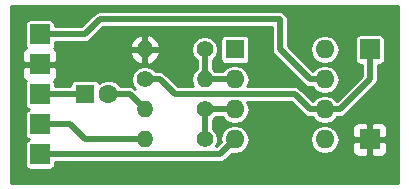
<source format=gbr>
G04 #@! TF.FileFunction,Copper,L2,Bot,Signal*
%FSLAX45Y45*%
G04 Gerber Fmt 4.5, Leading zero omitted, Abs format (unit mm)*
G04 Created by KiCad (PCBNEW 4.0.7) date 03/21/18 12:03:47*
%MOMM*%
%LPD*%
G01*
G04 APERTURE LIST*
%ADD10C,0.100000*%
%ADD11R,1.600000X1.600000*%
%ADD12O,1.600000X1.600000*%
%ADD13C,1.600000*%
%ADD14R,1.700000X1.700000*%
%ADD15C,1.400000*%
%ADD16O,1.400000X1.400000*%
%ADD17C,0.500000*%
%ADD18C,0.254000*%
G04 APERTURE END LIST*
D10*
D11*
X2032000Y1270000D03*
D12*
X2794000Y508000D03*
X2032000Y1016000D03*
X2794000Y762000D03*
X2032000Y762000D03*
X2794000Y1016000D03*
X2032000Y508000D03*
X2794000Y1270000D03*
D11*
X762000Y889000D03*
D13*
X962000Y889000D03*
D14*
X381000Y1143000D03*
X381000Y1397000D03*
X381000Y381000D03*
X3175000Y508000D03*
X381000Y889000D03*
X381000Y635000D03*
X3175000Y1270000D03*
D15*
X1778000Y508000D03*
D16*
X1270000Y508000D03*
D15*
X1778000Y762000D03*
D16*
X1270000Y762000D03*
D15*
X1778000Y1270000D03*
D16*
X1270000Y1270000D03*
D15*
X1270000Y1016000D03*
D16*
X1778000Y1016000D03*
D17*
X381000Y889000D02*
X762000Y889000D01*
X962000Y889000D02*
X1143000Y889000D01*
X1143000Y889000D02*
X1270000Y762000D01*
X2794000Y1016000D02*
X2667000Y1016000D01*
X762000Y1397000D02*
X381000Y1397000D01*
X889000Y1524000D02*
X762000Y1397000D01*
X2413000Y1524000D02*
X889000Y1524000D01*
X2413000Y1270000D02*
X2413000Y1524000D01*
X2667000Y1016000D02*
X2413000Y1270000D01*
X381000Y381000D02*
X1905000Y381000D01*
X1905000Y381000D02*
X2032000Y508000D01*
X381000Y635000D02*
X635000Y635000D01*
X762000Y508000D02*
X1270000Y508000D01*
X635000Y635000D02*
X762000Y508000D01*
X2794000Y762000D02*
X2921000Y762000D01*
X3175000Y1016000D02*
X3175000Y1270000D01*
X2921000Y762000D02*
X3175000Y1016000D01*
X1270000Y1016000D02*
X1397000Y1016000D01*
X2667000Y762000D02*
X2794000Y762000D01*
X2540000Y889000D02*
X2667000Y762000D01*
X1524000Y889000D02*
X2540000Y889000D01*
X1397000Y1016000D02*
X1524000Y889000D01*
X1778000Y762000D02*
X2032000Y762000D01*
X1778000Y508000D02*
X1778000Y762000D01*
X1778000Y1270000D02*
X1778000Y1016000D01*
X1778000Y1016000D02*
X2032000Y1016000D01*
D18*
G36*
X3416300Y139700D02*
X139700Y139700D01*
X139700Y1115025D01*
X233300Y1115025D01*
X233300Y1045528D01*
X242845Y1022483D01*
X260483Y1004845D01*
X264312Y1003259D01*
X255894Y990938D01*
X252463Y974000D01*
X252463Y804000D01*
X255441Y788176D01*
X264793Y773643D01*
X279062Y763894D01*
X288134Y762056D01*
X280176Y760559D01*
X265643Y751207D01*
X255894Y736938D01*
X252463Y720000D01*
X252463Y550000D01*
X255441Y534176D01*
X264793Y519643D01*
X279062Y509894D01*
X288134Y508056D01*
X280176Y506559D01*
X265643Y497207D01*
X255894Y482938D01*
X252463Y466000D01*
X252463Y296000D01*
X255441Y280176D01*
X264793Y265643D01*
X279062Y255894D01*
X296000Y252463D01*
X466000Y252463D01*
X481824Y255441D01*
X496357Y264793D01*
X506106Y279062D01*
X509536Y296000D01*
X509536Y313300D01*
X1905000Y313300D01*
X1930908Y318453D01*
X1952871Y333129D01*
X2009116Y389374D01*
X2029596Y385300D01*
X2034404Y385300D01*
X2081359Y394640D01*
X2121166Y421238D01*
X2147764Y461045D01*
X2157104Y508000D01*
X2668896Y508000D01*
X2678236Y461045D01*
X2704834Y421238D01*
X2744641Y394640D01*
X2791596Y385300D01*
X2796404Y385300D01*
X2843359Y394640D01*
X2883166Y421238D01*
X2909764Y461045D01*
X2913539Y480025D01*
X3027300Y480025D01*
X3027300Y410528D01*
X3036845Y387483D01*
X3054483Y369845D01*
X3077528Y360300D01*
X3147025Y360300D01*
X3162700Y375975D01*
X3162700Y495700D01*
X3187300Y495700D01*
X3187300Y375975D01*
X3202975Y360300D01*
X3272472Y360300D01*
X3295517Y369845D01*
X3313154Y387483D01*
X3322700Y410528D01*
X3322700Y480025D01*
X3307025Y495700D01*
X3187300Y495700D01*
X3162700Y495700D01*
X3042975Y495700D01*
X3027300Y480025D01*
X2913539Y480025D01*
X2919104Y508000D01*
X2909764Y554955D01*
X2883166Y594762D01*
X2867137Y605472D01*
X3027300Y605472D01*
X3027300Y535975D01*
X3042975Y520300D01*
X3162700Y520300D01*
X3162700Y640025D01*
X3187300Y640025D01*
X3187300Y520300D01*
X3307025Y520300D01*
X3322700Y535975D01*
X3322700Y605472D01*
X3313154Y628517D01*
X3295517Y646155D01*
X3272472Y655700D01*
X3202975Y655700D01*
X3187300Y640025D01*
X3162700Y640025D01*
X3147025Y655700D01*
X3077528Y655700D01*
X3054483Y646155D01*
X3036845Y628517D01*
X3027300Y605472D01*
X2867137Y605472D01*
X2843359Y621360D01*
X2796404Y630700D01*
X2791596Y630700D01*
X2744641Y621360D01*
X2704834Y594762D01*
X2678236Y554955D01*
X2668896Y508000D01*
X2157104Y508000D01*
X2147764Y554955D01*
X2121166Y594762D01*
X2081359Y621360D01*
X2034404Y630700D01*
X2029596Y630700D01*
X1982641Y621360D01*
X1942834Y594762D01*
X1916236Y554955D01*
X1906896Y508000D01*
X1911768Y483510D01*
X1876958Y448700D01*
X1875406Y448700D01*
X1890680Y485484D01*
X1890719Y530319D01*
X1873598Y571756D01*
X1845700Y599703D01*
X1845700Y670339D01*
X1869703Y694300D01*
X1930097Y694300D01*
X1942834Y675238D01*
X1982641Y648640D01*
X2029596Y639300D01*
X2034404Y639300D01*
X2081359Y648640D01*
X2121166Y675238D01*
X2147764Y715045D01*
X2157104Y762000D01*
X2147764Y808955D01*
X2139515Y821300D01*
X2511958Y821300D01*
X2619129Y714129D01*
X2641092Y699453D01*
X2667000Y694300D01*
X2692097Y694300D01*
X2704834Y675238D01*
X2744641Y648640D01*
X2791596Y639300D01*
X2796404Y639300D01*
X2843359Y648640D01*
X2883166Y675238D01*
X2895903Y694300D01*
X2921000Y694300D01*
X2946908Y699453D01*
X2968871Y714129D01*
X3222871Y968129D01*
X3237367Y989824D01*
X3237547Y990092D01*
X3242700Y1016000D01*
X3242700Y1141464D01*
X3260000Y1141464D01*
X3275824Y1144441D01*
X3290357Y1153793D01*
X3300106Y1168062D01*
X3303536Y1185000D01*
X3303536Y1355000D01*
X3300559Y1370824D01*
X3291207Y1385357D01*
X3276938Y1395106D01*
X3260000Y1398536D01*
X3090000Y1398536D01*
X3074176Y1395559D01*
X3059643Y1386207D01*
X3049894Y1371938D01*
X3046463Y1355000D01*
X3046463Y1185000D01*
X3049441Y1169176D01*
X3058793Y1154643D01*
X3073062Y1144894D01*
X3090000Y1141464D01*
X3107300Y1141464D01*
X3107300Y1044042D01*
X2894723Y831465D01*
X2883166Y848762D01*
X2843359Y875360D01*
X2796404Y884700D01*
X2791596Y884700D01*
X2744641Y875360D01*
X2704834Y848762D01*
X2693277Y831465D01*
X2587871Y936871D01*
X2565908Y951547D01*
X2540000Y956700D01*
X2139515Y956700D01*
X2147764Y969045D01*
X2157104Y1016000D01*
X2147764Y1062955D01*
X2121166Y1102762D01*
X2081359Y1129360D01*
X2034404Y1138700D01*
X2029596Y1138700D01*
X1982641Y1129360D01*
X1942834Y1102762D01*
X1930097Y1083700D01*
X1867911Y1083700D01*
X1859899Y1095691D01*
X1845700Y1105178D01*
X1845700Y1178339D01*
X1873487Y1206077D01*
X1890680Y1247484D01*
X1890719Y1292319D01*
X1873598Y1333756D01*
X1857382Y1350000D01*
X1908463Y1350000D01*
X1908463Y1190000D01*
X1911441Y1174176D01*
X1920793Y1159643D01*
X1935062Y1149894D01*
X1952000Y1146464D01*
X2112000Y1146464D01*
X2127824Y1149441D01*
X2142357Y1158793D01*
X2152106Y1173062D01*
X2155537Y1190000D01*
X2155537Y1350000D01*
X2152559Y1365824D01*
X2143207Y1380357D01*
X2128938Y1390106D01*
X2112000Y1393537D01*
X1952000Y1393537D01*
X1936176Y1390559D01*
X1921643Y1381207D01*
X1911894Y1366938D01*
X1908463Y1350000D01*
X1857382Y1350000D01*
X1841923Y1365487D01*
X1800516Y1382680D01*
X1755681Y1382720D01*
X1714244Y1365598D01*
X1682513Y1333923D01*
X1665320Y1292516D01*
X1665280Y1247681D01*
X1682402Y1206244D01*
X1710300Y1178297D01*
X1710300Y1105178D01*
X1696101Y1095691D01*
X1671671Y1059128D01*
X1663092Y1016000D01*
X1671671Y972872D01*
X1682476Y956700D01*
X1552042Y956700D01*
X1444871Y1063871D01*
X1422908Y1078547D01*
X1397000Y1083700D01*
X1361661Y1083700D01*
X1333923Y1111487D01*
X1292516Y1128680D01*
X1247681Y1128720D01*
X1206244Y1111598D01*
X1174513Y1079923D01*
X1157320Y1038516D01*
X1157281Y993681D01*
X1174402Y952244D01*
X1187498Y939125D01*
X1168908Y951547D01*
X1143000Y956700D01*
X1066788Y956700D01*
X1066081Y958413D01*
X1031595Y992959D01*
X986514Y1011679D01*
X937700Y1011721D01*
X892587Y993081D01*
X882837Y983348D01*
X882559Y984824D01*
X873207Y999357D01*
X858938Y1009106D01*
X842000Y1012536D01*
X682000Y1012536D01*
X666176Y1009559D01*
X651643Y1000207D01*
X641894Y985938D01*
X638464Y969000D01*
X638464Y956700D01*
X509536Y956700D01*
X509536Y974000D01*
X506559Y989824D01*
X497866Y1003333D01*
X501517Y1004845D01*
X519154Y1022483D01*
X528700Y1045528D01*
X528700Y1115025D01*
X513025Y1130700D01*
X393300Y1130700D01*
X393300Y1128700D01*
X368700Y1128700D01*
X368700Y1130700D01*
X248975Y1130700D01*
X233300Y1115025D01*
X139700Y1115025D01*
X139700Y1240472D01*
X233300Y1240472D01*
X233300Y1170975D01*
X248975Y1155300D01*
X368700Y1155300D01*
X368700Y1157300D01*
X393300Y1157300D01*
X393300Y1155300D01*
X513025Y1155300D01*
X528700Y1170975D01*
X528700Y1237182D01*
X1141422Y1237182D01*
X1155875Y1202287D01*
X1190475Y1163768D01*
X1237182Y1141421D01*
X1257700Y1153545D01*
X1257700Y1257700D01*
X1282300Y1257700D01*
X1282300Y1153545D01*
X1302818Y1141421D01*
X1349525Y1163768D01*
X1384125Y1202287D01*
X1398578Y1237182D01*
X1386377Y1257700D01*
X1282300Y1257700D01*
X1257700Y1257700D01*
X1153623Y1257700D01*
X1141422Y1237182D01*
X528700Y1237182D01*
X528700Y1240472D01*
X519154Y1263517D01*
X501517Y1281155D01*
X497688Y1282741D01*
X506106Y1295062D01*
X507677Y1302818D01*
X1141422Y1302818D01*
X1153623Y1282300D01*
X1257700Y1282300D01*
X1257700Y1386455D01*
X1282300Y1386455D01*
X1282300Y1282300D01*
X1386377Y1282300D01*
X1398578Y1302818D01*
X1384125Y1337713D01*
X1349525Y1376232D01*
X1302818Y1398579D01*
X1282300Y1386455D01*
X1257700Y1386455D01*
X1237182Y1398579D01*
X1190475Y1376232D01*
X1155875Y1337713D01*
X1141422Y1302818D01*
X507677Y1302818D01*
X509536Y1312000D01*
X509536Y1329300D01*
X762000Y1329300D01*
X787908Y1334453D01*
X809871Y1349129D01*
X917042Y1456300D01*
X2345300Y1456300D01*
X2345300Y1270000D01*
X2350453Y1244092D01*
X2364517Y1223045D01*
X2365129Y1222129D01*
X2619129Y968129D01*
X2630111Y960791D01*
X2641092Y953453D01*
X2667000Y948300D01*
X2692097Y948300D01*
X2704834Y929238D01*
X2744641Y902640D01*
X2791596Y893300D01*
X2796404Y893300D01*
X2843359Y902640D01*
X2883166Y929238D01*
X2909764Y969045D01*
X2919104Y1016000D01*
X2909764Y1062955D01*
X2883166Y1102762D01*
X2843359Y1129360D01*
X2796404Y1138700D01*
X2791596Y1138700D01*
X2744641Y1129360D01*
X2704834Y1102762D01*
X2693277Y1085465D01*
X2508742Y1270000D01*
X2668896Y1270000D01*
X2678236Y1223045D01*
X2704834Y1183238D01*
X2744641Y1156640D01*
X2791596Y1147300D01*
X2796404Y1147300D01*
X2843359Y1156640D01*
X2883166Y1183238D01*
X2909764Y1223045D01*
X2919104Y1270000D01*
X2909764Y1316955D01*
X2883166Y1356762D01*
X2843359Y1383360D01*
X2796404Y1392700D01*
X2791596Y1392700D01*
X2744641Y1383360D01*
X2704834Y1356762D01*
X2678236Y1316955D01*
X2668896Y1270000D01*
X2508742Y1270000D01*
X2480700Y1298042D01*
X2480700Y1524000D01*
X2475547Y1549908D01*
X2460871Y1571871D01*
X2438908Y1586547D01*
X2413000Y1591700D01*
X889000Y1591700D01*
X863092Y1586547D01*
X841129Y1571871D01*
X733958Y1464700D01*
X509536Y1464700D01*
X509536Y1482000D01*
X506559Y1497824D01*
X497207Y1512357D01*
X482938Y1522106D01*
X466000Y1525536D01*
X296000Y1525536D01*
X280176Y1522559D01*
X265643Y1513207D01*
X255894Y1498938D01*
X252463Y1482000D01*
X252463Y1312000D01*
X255441Y1296176D01*
X264134Y1282667D01*
X260483Y1281155D01*
X242845Y1263517D01*
X233300Y1240472D01*
X139700Y1240472D01*
X139700Y1638300D01*
X3416300Y1638300D01*
X3416300Y139700D01*
X3416300Y139700D01*
G37*
X3416300Y139700D02*
X139700Y139700D01*
X139700Y1115025D01*
X233300Y1115025D01*
X233300Y1045528D01*
X242845Y1022483D01*
X260483Y1004845D01*
X264312Y1003259D01*
X255894Y990938D01*
X252463Y974000D01*
X252463Y804000D01*
X255441Y788176D01*
X264793Y773643D01*
X279062Y763894D01*
X288134Y762056D01*
X280176Y760559D01*
X265643Y751207D01*
X255894Y736938D01*
X252463Y720000D01*
X252463Y550000D01*
X255441Y534176D01*
X264793Y519643D01*
X279062Y509894D01*
X288134Y508056D01*
X280176Y506559D01*
X265643Y497207D01*
X255894Y482938D01*
X252463Y466000D01*
X252463Y296000D01*
X255441Y280176D01*
X264793Y265643D01*
X279062Y255894D01*
X296000Y252463D01*
X466000Y252463D01*
X481824Y255441D01*
X496357Y264793D01*
X506106Y279062D01*
X509536Y296000D01*
X509536Y313300D01*
X1905000Y313300D01*
X1930908Y318453D01*
X1952871Y333129D01*
X2009116Y389374D01*
X2029596Y385300D01*
X2034404Y385300D01*
X2081359Y394640D01*
X2121166Y421238D01*
X2147764Y461045D01*
X2157104Y508000D01*
X2668896Y508000D01*
X2678236Y461045D01*
X2704834Y421238D01*
X2744641Y394640D01*
X2791596Y385300D01*
X2796404Y385300D01*
X2843359Y394640D01*
X2883166Y421238D01*
X2909764Y461045D01*
X2913539Y480025D01*
X3027300Y480025D01*
X3027300Y410528D01*
X3036845Y387483D01*
X3054483Y369845D01*
X3077528Y360300D01*
X3147025Y360300D01*
X3162700Y375975D01*
X3162700Y495700D01*
X3187300Y495700D01*
X3187300Y375975D01*
X3202975Y360300D01*
X3272472Y360300D01*
X3295517Y369845D01*
X3313154Y387483D01*
X3322700Y410528D01*
X3322700Y480025D01*
X3307025Y495700D01*
X3187300Y495700D01*
X3162700Y495700D01*
X3042975Y495700D01*
X3027300Y480025D01*
X2913539Y480025D01*
X2919104Y508000D01*
X2909764Y554955D01*
X2883166Y594762D01*
X2867137Y605472D01*
X3027300Y605472D01*
X3027300Y535975D01*
X3042975Y520300D01*
X3162700Y520300D01*
X3162700Y640025D01*
X3187300Y640025D01*
X3187300Y520300D01*
X3307025Y520300D01*
X3322700Y535975D01*
X3322700Y605472D01*
X3313154Y628517D01*
X3295517Y646155D01*
X3272472Y655700D01*
X3202975Y655700D01*
X3187300Y640025D01*
X3162700Y640025D01*
X3147025Y655700D01*
X3077528Y655700D01*
X3054483Y646155D01*
X3036845Y628517D01*
X3027300Y605472D01*
X2867137Y605472D01*
X2843359Y621360D01*
X2796404Y630700D01*
X2791596Y630700D01*
X2744641Y621360D01*
X2704834Y594762D01*
X2678236Y554955D01*
X2668896Y508000D01*
X2157104Y508000D01*
X2147764Y554955D01*
X2121166Y594762D01*
X2081359Y621360D01*
X2034404Y630700D01*
X2029596Y630700D01*
X1982641Y621360D01*
X1942834Y594762D01*
X1916236Y554955D01*
X1906896Y508000D01*
X1911768Y483510D01*
X1876958Y448700D01*
X1875406Y448700D01*
X1890680Y485484D01*
X1890719Y530319D01*
X1873598Y571756D01*
X1845700Y599703D01*
X1845700Y670339D01*
X1869703Y694300D01*
X1930097Y694300D01*
X1942834Y675238D01*
X1982641Y648640D01*
X2029596Y639300D01*
X2034404Y639300D01*
X2081359Y648640D01*
X2121166Y675238D01*
X2147764Y715045D01*
X2157104Y762000D01*
X2147764Y808955D01*
X2139515Y821300D01*
X2511958Y821300D01*
X2619129Y714129D01*
X2641092Y699453D01*
X2667000Y694300D01*
X2692097Y694300D01*
X2704834Y675238D01*
X2744641Y648640D01*
X2791596Y639300D01*
X2796404Y639300D01*
X2843359Y648640D01*
X2883166Y675238D01*
X2895903Y694300D01*
X2921000Y694300D01*
X2946908Y699453D01*
X2968871Y714129D01*
X3222871Y968129D01*
X3237367Y989824D01*
X3237547Y990092D01*
X3242700Y1016000D01*
X3242700Y1141464D01*
X3260000Y1141464D01*
X3275824Y1144441D01*
X3290357Y1153793D01*
X3300106Y1168062D01*
X3303536Y1185000D01*
X3303536Y1355000D01*
X3300559Y1370824D01*
X3291207Y1385357D01*
X3276938Y1395106D01*
X3260000Y1398536D01*
X3090000Y1398536D01*
X3074176Y1395559D01*
X3059643Y1386207D01*
X3049894Y1371938D01*
X3046463Y1355000D01*
X3046463Y1185000D01*
X3049441Y1169176D01*
X3058793Y1154643D01*
X3073062Y1144894D01*
X3090000Y1141464D01*
X3107300Y1141464D01*
X3107300Y1044042D01*
X2894723Y831465D01*
X2883166Y848762D01*
X2843359Y875360D01*
X2796404Y884700D01*
X2791596Y884700D01*
X2744641Y875360D01*
X2704834Y848762D01*
X2693277Y831465D01*
X2587871Y936871D01*
X2565908Y951547D01*
X2540000Y956700D01*
X2139515Y956700D01*
X2147764Y969045D01*
X2157104Y1016000D01*
X2147764Y1062955D01*
X2121166Y1102762D01*
X2081359Y1129360D01*
X2034404Y1138700D01*
X2029596Y1138700D01*
X1982641Y1129360D01*
X1942834Y1102762D01*
X1930097Y1083700D01*
X1867911Y1083700D01*
X1859899Y1095691D01*
X1845700Y1105178D01*
X1845700Y1178339D01*
X1873487Y1206077D01*
X1890680Y1247484D01*
X1890719Y1292319D01*
X1873598Y1333756D01*
X1857382Y1350000D01*
X1908463Y1350000D01*
X1908463Y1190000D01*
X1911441Y1174176D01*
X1920793Y1159643D01*
X1935062Y1149894D01*
X1952000Y1146464D01*
X2112000Y1146464D01*
X2127824Y1149441D01*
X2142357Y1158793D01*
X2152106Y1173062D01*
X2155537Y1190000D01*
X2155537Y1350000D01*
X2152559Y1365824D01*
X2143207Y1380357D01*
X2128938Y1390106D01*
X2112000Y1393537D01*
X1952000Y1393537D01*
X1936176Y1390559D01*
X1921643Y1381207D01*
X1911894Y1366938D01*
X1908463Y1350000D01*
X1857382Y1350000D01*
X1841923Y1365487D01*
X1800516Y1382680D01*
X1755681Y1382720D01*
X1714244Y1365598D01*
X1682513Y1333923D01*
X1665320Y1292516D01*
X1665280Y1247681D01*
X1682402Y1206244D01*
X1710300Y1178297D01*
X1710300Y1105178D01*
X1696101Y1095691D01*
X1671671Y1059128D01*
X1663092Y1016000D01*
X1671671Y972872D01*
X1682476Y956700D01*
X1552042Y956700D01*
X1444871Y1063871D01*
X1422908Y1078547D01*
X1397000Y1083700D01*
X1361661Y1083700D01*
X1333923Y1111487D01*
X1292516Y1128680D01*
X1247681Y1128720D01*
X1206244Y1111598D01*
X1174513Y1079923D01*
X1157320Y1038516D01*
X1157281Y993681D01*
X1174402Y952244D01*
X1187498Y939125D01*
X1168908Y951547D01*
X1143000Y956700D01*
X1066788Y956700D01*
X1066081Y958413D01*
X1031595Y992959D01*
X986514Y1011679D01*
X937700Y1011721D01*
X892587Y993081D01*
X882837Y983348D01*
X882559Y984824D01*
X873207Y999357D01*
X858938Y1009106D01*
X842000Y1012536D01*
X682000Y1012536D01*
X666176Y1009559D01*
X651643Y1000207D01*
X641894Y985938D01*
X638464Y969000D01*
X638464Y956700D01*
X509536Y956700D01*
X509536Y974000D01*
X506559Y989824D01*
X497866Y1003333D01*
X501517Y1004845D01*
X519154Y1022483D01*
X528700Y1045528D01*
X528700Y1115025D01*
X513025Y1130700D01*
X393300Y1130700D01*
X393300Y1128700D01*
X368700Y1128700D01*
X368700Y1130700D01*
X248975Y1130700D01*
X233300Y1115025D01*
X139700Y1115025D01*
X139700Y1240472D01*
X233300Y1240472D01*
X233300Y1170975D01*
X248975Y1155300D01*
X368700Y1155300D01*
X368700Y1157300D01*
X393300Y1157300D01*
X393300Y1155300D01*
X513025Y1155300D01*
X528700Y1170975D01*
X528700Y1237182D01*
X1141422Y1237182D01*
X1155875Y1202287D01*
X1190475Y1163768D01*
X1237182Y1141421D01*
X1257700Y1153545D01*
X1257700Y1257700D01*
X1282300Y1257700D01*
X1282300Y1153545D01*
X1302818Y1141421D01*
X1349525Y1163768D01*
X1384125Y1202287D01*
X1398578Y1237182D01*
X1386377Y1257700D01*
X1282300Y1257700D01*
X1257700Y1257700D01*
X1153623Y1257700D01*
X1141422Y1237182D01*
X528700Y1237182D01*
X528700Y1240472D01*
X519154Y1263517D01*
X501517Y1281155D01*
X497688Y1282741D01*
X506106Y1295062D01*
X507677Y1302818D01*
X1141422Y1302818D01*
X1153623Y1282300D01*
X1257700Y1282300D01*
X1257700Y1386455D01*
X1282300Y1386455D01*
X1282300Y1282300D01*
X1386377Y1282300D01*
X1398578Y1302818D01*
X1384125Y1337713D01*
X1349525Y1376232D01*
X1302818Y1398579D01*
X1282300Y1386455D01*
X1257700Y1386455D01*
X1237182Y1398579D01*
X1190475Y1376232D01*
X1155875Y1337713D01*
X1141422Y1302818D01*
X507677Y1302818D01*
X509536Y1312000D01*
X509536Y1329300D01*
X762000Y1329300D01*
X787908Y1334453D01*
X809871Y1349129D01*
X917042Y1456300D01*
X2345300Y1456300D01*
X2345300Y1270000D01*
X2350453Y1244092D01*
X2364517Y1223045D01*
X2365129Y1222129D01*
X2619129Y968129D01*
X2630111Y960791D01*
X2641092Y953453D01*
X2667000Y948300D01*
X2692097Y948300D01*
X2704834Y929238D01*
X2744641Y902640D01*
X2791596Y893300D01*
X2796404Y893300D01*
X2843359Y902640D01*
X2883166Y929238D01*
X2909764Y969045D01*
X2919104Y1016000D01*
X2909764Y1062955D01*
X2883166Y1102762D01*
X2843359Y1129360D01*
X2796404Y1138700D01*
X2791596Y1138700D01*
X2744641Y1129360D01*
X2704834Y1102762D01*
X2693277Y1085465D01*
X2508742Y1270000D01*
X2668896Y1270000D01*
X2678236Y1223045D01*
X2704834Y1183238D01*
X2744641Y1156640D01*
X2791596Y1147300D01*
X2796404Y1147300D01*
X2843359Y1156640D01*
X2883166Y1183238D01*
X2909764Y1223045D01*
X2919104Y1270000D01*
X2909764Y1316955D01*
X2883166Y1356762D01*
X2843359Y1383360D01*
X2796404Y1392700D01*
X2791596Y1392700D01*
X2744641Y1383360D01*
X2704834Y1356762D01*
X2678236Y1316955D01*
X2668896Y1270000D01*
X2508742Y1270000D01*
X2480700Y1298042D01*
X2480700Y1524000D01*
X2475547Y1549908D01*
X2460871Y1571871D01*
X2438908Y1586547D01*
X2413000Y1591700D01*
X889000Y1591700D01*
X863092Y1586547D01*
X841129Y1571871D01*
X733958Y1464700D01*
X509536Y1464700D01*
X509536Y1482000D01*
X506559Y1497824D01*
X497207Y1512357D01*
X482938Y1522106D01*
X466000Y1525536D01*
X296000Y1525536D01*
X280176Y1522559D01*
X265643Y1513207D01*
X255894Y1498938D01*
X252463Y1482000D01*
X252463Y1312000D01*
X255441Y1296176D01*
X264134Y1282667D01*
X260483Y1281155D01*
X242845Y1263517D01*
X233300Y1240472D01*
X139700Y1240472D01*
X139700Y1638300D01*
X3416300Y1638300D01*
X3416300Y139700D01*
M02*

</source>
